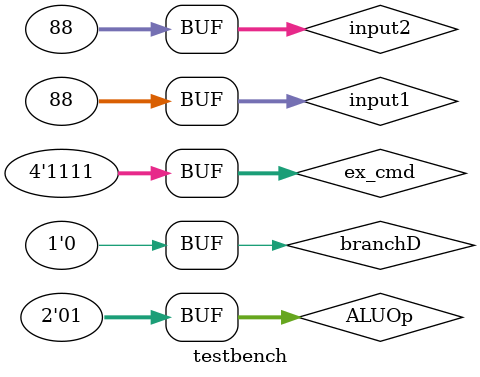
<source format=v>
`timescale 1ns/1ns

module testbench ();
    wire flag, branchD;
    wire [31:0] input1, input2, alu_out;
    wire [3:0] ex_cmd;
    wire [1:0] ALUOp;

    initial begin
        $dumpfile("testbench.vcd");
        $dumpvars(0,testbench);
    end

    //assign flag = 1'b1;
    assign branchD = 1'b0;
    assign input1 = 32'd88;
    assign input2 = 32'd88;
    assign ex_cmd = 4'b1111;
    assign ALUOp = 2'd1;

    ALU ALU(input1, input2, flag, ex_cmd, alu_out, ALUOp, branchD);
    always @(*) begin
        $display("%0d %0d",alu_out,flag);
    end
endmodule
// test =>passed
</source>
